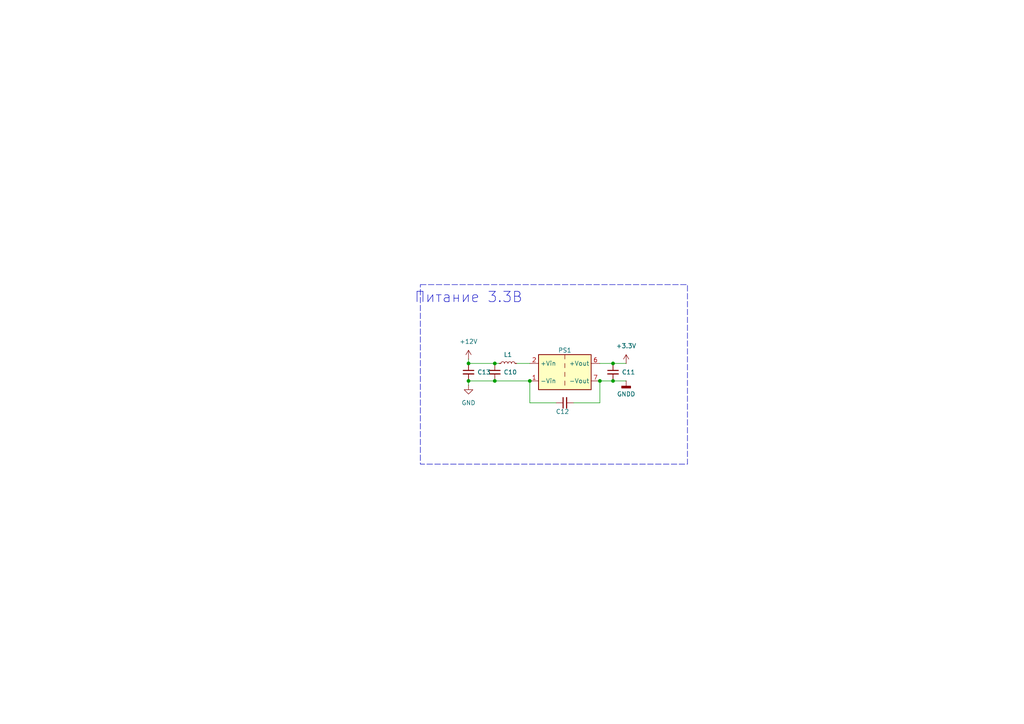
<source format=kicad_sch>
(kicad_sch (version 20231120) (generator "eeschema") (generator_version "8.0")
  (paper "A4")
  (lib_symbols
    (symbol "Converter_DCDC:ITX4809SA-H"
      (property "Reference" "PS" (at -7.62 6.35 0))
      (property "Value" "ITX4809SA-H" (at 1.27 6.35 0))
      (symbol "ITX4809SA-H_0_0"
        (pin power_in line (at -10.16 -2.54 0) (length 2.54) (name "-Vin") (number "1"))
        (pin power_in line (at -10.16 2.54 0) (length 2.54) (name "+Vin") (number "2"))
        (pin power_out line (at 10.16 2.54 180) (length 2.54) (name "+Vout") (number "6"))
        (pin power_out line (at 10.16 -2.54 180) (length 2.54) (name "-Vout") (number "7"))
        (pin no_connect line (at 7.62 0 180) (length 2.54) hide (name "NC") (number "8"))
      )
      (symbol "ITX4809SA-H_0_1"
        (rectangle (start -7.62 5.08) (end 7.62 -5.08) (stroke (width 0.254)) (fill (type background)))
        (polyline (pts (xy 0 -2.54) (xy 0 -3.81)))
        (polyline (pts (xy 0 0) (xy 0 -1.27)))
        (polyline (pts (xy 0 2.54) (xy 0 1.27)))
        (polyline (pts (xy 0 5.08) (xy 0 3.81)))
      )
    )
    (symbol "Device:C_Small" (pin_numbers hide) (pin_names (offset 0.254) hide)
      (property "Reference" "C" (at 0.254 1.778 0))
      (property "Value" "C_Small" (at 0.254 -2.032 0))
      (symbol "C_Small_0_1"
        (polyline (pts (xy -1.524 -0.508) (xy 1.524 -0.508)) (stroke (width 0.3302)))
        (polyline (pts (xy -1.524 0.508) (xy 1.524 0.508)) (stroke (width 0.3048)))
      )
      (symbol "C_Small_1_1"
        (pin passive line (at 0 2.54 270) (length 2.032) (name "~") (number "1"))
        (pin passive line (at 0 -2.54 90) (length 2.032) (name "~") (number "2"))
      )
    )
    (symbol "Device:L_Small" (pin_numbers hide) (pin_names (offset 0.254) hide)
      (property "Reference" "L" (at 0.762 1.016 0))
      (property "Value" "L_Small" (at 0.762 -1.016 0))
      (symbol "L_Small_0_1"
        (arc (start 0 -2.032) (mid 0.5058 -1.524) (end 0 -1.016))
        (arc (start 0 -1.016) (mid 0.5058 -0.508) (end 0 0))
        (arc (start 0 0) (mid 0.5058 0.508) (end 0 1.016))
        (arc (start 0 1.016) (mid 0.5058 1.524) (end 0 2.032))
      )
      (symbol "L_Small_1_1"
        (pin passive line (at 0 2.54 270) (length 0.508) (name "~") (number "1"))
        (pin passive line (at 0 -2.54 90) (length 0.508) (name "~") (number "2"))
      )
    )
    (symbol "power:+12V" (power) (pin_numbers hide) (pin_names (offset 0) hide)
      (property "Value" "+12V" (at 0 3.556 0))
      (symbol "+12V_0_1"
        (polyline (pts (xy -0.762 1.27) (xy 0 2.54)))
        (polyline (pts (xy 0 0) (xy 0 2.54)))
        (polyline (pts (xy 0 2.54) (xy 0.762 1.27)))
      )
      (symbol "+12V_1_1"
        (pin power_in line (at 0 0 90) (length 0) (name "~") (number "1"))
      )
    )
    (symbol "power:+3.3V" (power) (pin_numbers hide) (pin_names (offset 0) hide)
      (property "Value" "+3.3V" (at 0 3.556 0))
      (symbol "+3.3V_0_1"
        (polyline (pts (xy -0.762 1.27) (xy 0 2.54)))
        (polyline (pts (xy 0 0) (xy 0 2.54)))
        (polyline (pts (xy 0 2.54) (xy 0.762 1.27)))
      )
      (symbol "+3.3V_1_1"
        (pin power_in line (at 0 0 90) (length 0) (name "~") (number "1"))
      )
    )
    (symbol "power:GND" (power) (pin_numbers hide) (pin_names (offset 0) hide)
      (property "Value" "GND" (at 0 -3.81 0))
      (symbol "GND_0_1"
        (polyline (pts (xy 0 0) (xy 0 -1.27) (xy 1.27 -1.27) (xy 0 -2.54) (xy -1.27 -1.27) (xy 0 -1.27)))
      )
      (symbol "GND_1_1"
        (pin power_in line (at 0 0 270) (length 0) (name "~") (number "1"))
      )
    )
    (symbol "power:GNDD" (power) (pin_numbers hide) (pin_names (offset 0) hide)
      (property "Value" "GNDD" (at 0 -3.175 0))
      (symbol "GNDD_0_1"
        (rectangle (start -1.27 -1.524) (end 1.27 -2.032) (stroke (width 0.254)) (fill (type outline)))
        (polyline (pts (xy 0 0) (xy 0 -1.524)))
      )
      (symbol "GNDD_1_1"
        (pin power_in line (at 0 0 270) (length 0) (name "~") (number "1"))
      )
    )
  )
  (junction (at 143.51 110.49))
  (junction (at 135.89 110.49))
  (junction (at 153.67 110.49))
  (junction (at 143.51 105.41))
  (junction (at 177.8 110.49))
  (junction (at 173.99 110.49))
  (junction (at 177.8 105.41))
  (junction (at 135.89 105.41))
  (wire (pts (xy 166.37 116.84) (xy 173.99 116.84)))
  (wire (pts (xy 181.61 105.41) (xy 177.8 105.41)))
  (wire (pts (xy 177.8 110.49) (xy 181.61 110.49)))
  (wire (pts (xy 161.29 116.84) (xy 153.67 116.84)))
  (wire (pts (xy 135.89 111.76) (xy 135.89 110.49)))
  (wire (pts (xy 143.51 105.41) (xy 144.78 105.41)))
  (wire (pts (xy 135.89 110.49) (xy 143.51 110.49)))
  (wire (pts (xy 143.51 110.49) (xy 153.67 110.49)))
  (wire (pts (xy 173.99 105.41) (xy 177.8 105.41)))
  (wire (pts (xy 153.67 116.84) (xy 153.67 110.49)))
  (wire (pts (xy 173.99 110.49) (xy 177.8 110.49)))
  (wire (pts (xy 173.99 116.84) (xy 173.99 110.49)))
  (wire (pts (xy 135.89 104.14) (xy 135.89 105.41)))
  (wire (pts (xy 135.89 105.41) (xy 143.51 105.41)))
  (wire (pts (xy 149.86 105.41) (xy 153.67 105.41)))
  (rectangle (start 121.92 82.55) (end 199.39 134.62) (stroke (width 0) (type dash)))
  (text "Питание 3.3В" (at 135.89 86.36 0) (effects (font (size 3 3))))
  (symbol (lib_id "Device:C_Small") (at 163.83 116.84 90) (unit 1)
    (property "Reference" "C12" (at 165.1 119.38 90) (effects (justify left)))
    (property "Value" "C_Small" (effects (hide yes)))
    (property "Description" "Unpolarized capacitor, small symbol" (effects (hide yes)))
  )
  (symbol (lib_id "Device:C_Small") (at 135.89 107.95 0) (unit 1)
    (property "Reference" "C13" (at 138.43 107.95 0) (effects (justify left)))
    (property "Value" "C_Small" (effects (hide yes)))
    (property "Description" "Unpolarized capacitor, small symbol" (effects (hide yes)))
  )
  (symbol (lib_id "power:+12V") (at 135.89 104.14 0) (unit 1)
    (property "Reference" "#PWR060" (effects (hide yes)))
    (property "Value" "+12V" (at 135.89 99.06 0))
    (property "Description" "Power symbol creates a global label with name \"+12V\"" (effects (hide yes)))
  )
  (symbol (lib_id "power:GND") (at 135.89 111.76 0) (unit 1)
    (property "Reference" "#PWR059" (effects (hide yes)))
    (property "Value" "GND" (at 135.89 116.84 0))
    (property "Description" "Power symbol creates a global label with name \"GND\" , ground" (effects (hide yes)))
  )
  (symbol (lib_id "power:+3.3V") (at 181.61 105.41 0) (unit 1)
    (property "Reference" "#PWR061" (effects (hide yes)))
    (property "Value" "+3.3V" (at 181.61 100.33 0))
    (property "Description" "Power symbol creates a global label with name \"+3.3V\"" (effects (hide yes)))
  )
  (symbol (lib_id "Device:C_Small") (at 177.8 107.95 0) (unit 1)
    (property "Reference" "C11" (at 180.34 107.95 0) (effects (justify left)))
    (property "Value" "C_Small" (effects (hide yes)))
    (property "Description" "Unpolarized capacitor, small symbol" (effects (hide yes)))
  )
  (symbol (lib_id "Converter_DCDC:ITX4809SA-H") (at 163.83 107.95 0) (unit 1)
    (property "Reference" "PS1" (at 163.83 101.6 0))
    (property "Value" "SPAN02A-03" (effects (hide yes)))
    (property "Footprint" "Converter_DCDC:Converter_DCDC_XP_POWER-ITXxxxxSA_THT" (effects (hide yes)))
    (property "Datasheet" "https://www.xppower.com/pdfs/SF_ITX.pdf" (effects (hide yes)))
    (property "Description" "XP Power 6W, 3000 VDC Isolated DC/DC Converter Module, Fully Regulated Single Output Voltage 9V, ±666mA, 48V Input Voltage, SIP" (effects (hide yes)))
  )
  (symbol (lib_id "power:GNDD") (at 181.61 110.49 0) (unit 1)
    (property "Reference" "#PWR062" (effects (hide yes)))
    (property "Value" "GNDD" (at 181.61 114.3 0))
    (property "Description" "Power symbol creates a global label with name \"GNDD\" , digital ground" (effects (hide yes)))
  )
  (symbol (lib_id "Device:L_Small") (at 147.32 105.41 90) (unit 1)
    (property "Reference" "L1" (at 147.32 102.87 90))
    (property "Value" "L_Small" (effects (hide yes)))
    (property "Description" "Inductor, small symbol" (effects (hide yes)))
  )
  (symbol (lib_id "Device:C_Small") (at 143.51 107.95 0) (unit 1)
    (property "Reference" "C10" (at 146.05 107.95 0) (effects (justify left)))
    (property "Value" "C_Small" (effects (hide yes)))
    (property "Description" "Unpolarized capacitor, small symbol" (effects (hide yes)))
  )
)
</source>
